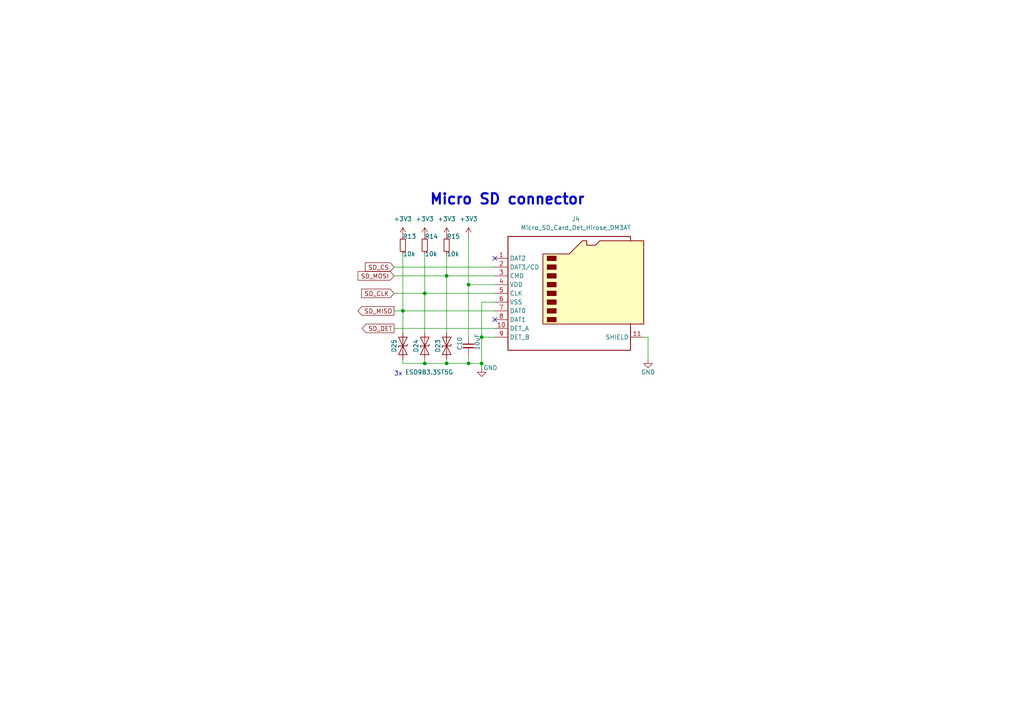
<source format=kicad_sch>
(kicad_sch (version 20230121) (generator eeschema)

  (uuid a480adc6-79fe-438b-ad9d-69f67dc9f2a5)

  (paper "A4")

  (title_block
    (title "Keypad board")
    (date "2023-11-15")
    (rev "1.1")
  )

  (lib_symbols
    (symbol "Connector:Micro_SD_Card_Det_Hirose_DM3AT" (in_bom yes) (on_board yes)
      (property "Reference" "J" (at -16.51 17.78 0)
        (effects (font (size 1.27 1.27)))
      )
      (property "Value" "Micro_SD_Card_Det_Hirose_DM3AT" (at 16.51 17.78 0)
        (effects (font (size 1.27 1.27)) (justify right))
      )
      (property "Footprint" "" (at 52.07 17.78 0)
        (effects (font (size 1.27 1.27)) hide)
      )
      (property "Datasheet" "https://www.hirose.com/product/en/download_file/key_name/DM3/category/Catalog/doc_file_id/49662/?file_category_id=4&item_id=195&is_series=1" (at 0 2.54 0)
        (effects (font (size 1.27 1.27)) hide)
      )
      (property "ki_keywords" "connector SD microsd" (at 0 0 0)
        (effects (font (size 1.27 1.27)) hide)
      )
      (property "ki_description" "Micro SD Card Socket with card detection pins" (at 0 0 0)
        (effects (font (size 1.27 1.27)) hide)
      )
      (property "ki_fp_filters" "microSD*" (at 0 0 0)
        (effects (font (size 1.27 1.27)) hide)
      )
      (symbol "Micro_SD_Card_Det_Hirose_DM3AT_0_1"
        (rectangle (start -7.62 -6.985) (end -5.08 -8.255)
          (stroke (width 0.254) (type default))
          (fill (type outline))
        )
        (rectangle (start -7.62 -4.445) (end -5.08 -5.715)
          (stroke (width 0.254) (type default))
          (fill (type outline))
        )
        (rectangle (start -7.62 -1.905) (end -5.08 -3.175)
          (stroke (width 0.254) (type default))
          (fill (type outline))
        )
        (rectangle (start -7.62 0.635) (end -5.08 -0.635)
          (stroke (width 0.254) (type default))
          (fill (type outline))
        )
        (rectangle (start -7.62 3.175) (end -5.08 1.905)
          (stroke (width 0.254) (type default))
          (fill (type outline))
        )
        (rectangle (start -7.62 5.715) (end -5.08 4.445)
          (stroke (width 0.254) (type default))
          (fill (type outline))
        )
        (rectangle (start -7.62 8.255) (end -5.08 6.985)
          (stroke (width 0.254) (type default))
          (fill (type outline))
        )
        (rectangle (start -7.62 10.795) (end -5.08 9.525)
          (stroke (width 0.254) (type default))
          (fill (type outline))
        )
        (polyline
          (pts
            (xy 16.51 15.24)
            (xy 16.51 16.51)
            (xy -19.05 16.51)
            (xy -19.05 -16.51)
            (xy 16.51 -16.51)
            (xy 16.51 -8.89)
          )
          (stroke (width 0.254) (type default))
          (fill (type none))
        )
        (polyline
          (pts
            (xy -8.89 -8.89)
            (xy -8.89 11.43)
            (xy -1.27 11.43)
            (xy 2.54 15.24)
            (xy 3.81 15.24)
            (xy 3.81 13.97)
            (xy 6.35 13.97)
            (xy 7.62 15.24)
            (xy 20.32 15.24)
            (xy 20.32 -8.89)
            (xy -8.89 -8.89)
          )
          (stroke (width 0.254) (type default))
          (fill (type background))
        )
      )
      (symbol "Micro_SD_Card_Det_Hirose_DM3AT_1_1"
        (pin bidirectional line (at -22.86 10.16 0) (length 3.81)
          (name "DAT2" (effects (font (size 1.27 1.27))))
          (number "1" (effects (font (size 1.27 1.27))))
        )
        (pin passive line (at -22.86 -10.16 0) (length 3.81)
          (name "DET_A" (effects (font (size 1.27 1.27))))
          (number "10" (effects (font (size 1.27 1.27))))
        )
        (pin passive line (at 20.32 -12.7 180) (length 3.81)
          (name "SHIELD" (effects (font (size 1.27 1.27))))
          (number "11" (effects (font (size 1.27 1.27))))
        )
        (pin bidirectional line (at -22.86 7.62 0) (length 3.81)
          (name "DAT3/CD" (effects (font (size 1.27 1.27))))
          (number "2" (effects (font (size 1.27 1.27))))
        )
        (pin input line (at -22.86 5.08 0) (length 3.81)
          (name "CMD" (effects (font (size 1.27 1.27))))
          (number "3" (effects (font (size 1.27 1.27))))
        )
        (pin power_in line (at -22.86 2.54 0) (length 3.81)
          (name "VDD" (effects (font (size 1.27 1.27))))
          (number "4" (effects (font (size 1.27 1.27))))
        )
        (pin input line (at -22.86 0 0) (length 3.81)
          (name "CLK" (effects (font (size 1.27 1.27))))
          (number "5" (effects (font (size 1.27 1.27))))
        )
        (pin power_in line (at -22.86 -2.54 0) (length 3.81)
          (name "VSS" (effects (font (size 1.27 1.27))))
          (number "6" (effects (font (size 1.27 1.27))))
        )
        (pin bidirectional line (at -22.86 -5.08 0) (length 3.81)
          (name "DAT0" (effects (font (size 1.27 1.27))))
          (number "7" (effects (font (size 1.27 1.27))))
        )
        (pin bidirectional line (at -22.86 -7.62 0) (length 3.81)
          (name "DAT1" (effects (font (size 1.27 1.27))))
          (number "8" (effects (font (size 1.27 1.27))))
        )
        (pin passive line (at -22.86 -12.7 0) (length 3.81)
          (name "DET_B" (effects (font (size 1.27 1.27))))
          (number "9" (effects (font (size 1.27 1.27))))
        )
      )
    )
    (symbol "PUTRocketLab_semiconductors:ESD9B3.3ST5G" (pin_numbers hide) (pin_names (offset 1.016) hide) (in_bom yes) (on_board yes)
      (property "Reference" "D" (at 0 2.54 0)
        (effects (font (size 1.27 1.27)))
      )
      (property "Value" "ESD9B3.3ST5G" (at 0 -2.54 0)
        (effects (font (size 1.27 1.27)))
      )
      (property "Footprint" "Diode_SMD:D_SOD-923" (at 0 0 0)
        (effects (font (size 1.27 1.27)) hide)
      )
      (property "Datasheet" "https://www.onsemi.com/pub/Collateral/ESD9B-D.PDF" (at 0 0 0)
        (effects (font (size 1.27 1.27)) hide)
      )
      (property "ki_keywords" "diode TVS ESD" (at 0 0 0)
        (effects (font (size 1.27 1.27)) hide)
      )
      (property "ki_description" "ESD protection diode, 3.3Vrwm, SOD-923" (at 0 0 0)
        (effects (font (size 1.27 1.27)) hide)
      )
      (property "ki_fp_filters" "D*SOD?923*" (at 0 0 0)
        (effects (font (size 1.27 1.27)) hide)
      )
      (symbol "ESD9B3.3ST5G_0_1"
        (polyline
          (pts
            (xy 1.27 0)
            (xy -1.27 0)
          )
          (stroke (width 0) (type default))
          (fill (type none))
        )
        (polyline
          (pts
            (xy -2.54 -1.27)
            (xy 0 0)
            (xy -2.54 1.27)
            (xy -2.54 -1.27)
          )
          (stroke (width 0.2032) (type default))
          (fill (type none))
        )
        (polyline
          (pts
            (xy 0.508 1.27)
            (xy 0 1.27)
            (xy 0 -1.27)
            (xy -0.508 -1.27)
          )
          (stroke (width 0.2032) (type default))
          (fill (type none))
        )
        (polyline
          (pts
            (xy 2.54 1.27)
            (xy 2.54 -1.27)
            (xy 0 0)
            (xy 2.54 1.27)
          )
          (stroke (width 0.2032) (type default))
          (fill (type none))
        )
      )
      (symbol "ESD9B3.3ST5G_1_1"
        (pin passive line (at -3.81 0 0) (length 2.54)
          (name "A1" (effects (font (size 1.27 1.27))))
          (number "1" (effects (font (size 1.27 1.27))))
        )
        (pin passive line (at 3.81 0 180) (length 2.54)
          (name "A2" (effects (font (size 1.27 1.27))))
          (number "2" (effects (font (size 1.27 1.27))))
        )
      )
    )
    (symbol "PUT_RocketLab_power:+3V3" (power) (pin_names (offset 0)) (in_bom yes) (on_board yes)
      (property "Reference" "#PWR" (at 0 -3.81 0)
        (effects (font (size 1.27 1.27)) hide)
      )
      (property "Value" "+3V3" (at 0 3.556 0)
        (effects (font (size 1.27 1.27)))
      )
      (property "Footprint" "" (at 0 0 0)
        (effects (font (size 1.27 1.27)) hide)
      )
      (property "Datasheet" "" (at 0 0 0)
        (effects (font (size 1.27 1.27)) hide)
      )
      (property "ki_keywords" "power-flag" (at 0 0 0)
        (effects (font (size 1.27 1.27)) hide)
      )
      (property "ki_description" "Power symbol creates a global label with name \"+3V3\"" (at 0 0 0)
        (effects (font (size 1.27 1.27)) hide)
      )
      (symbol "+3V3_0_1"
        (polyline
          (pts
            (xy -0.762 1.27)
            (xy 0 2.54)
          )
          (stroke (width 0) (type default))
          (fill (type none))
        )
        (polyline
          (pts
            (xy 0 0)
            (xy 0 2.54)
          )
          (stroke (width 0) (type default))
          (fill (type none))
        )
        (polyline
          (pts
            (xy 0 2.54)
            (xy 0.762 1.27)
          )
          (stroke (width 0) (type default))
          (fill (type none))
        )
      )
      (symbol "+3V3_1_1"
        (pin power_in line (at 0 0 90) (length 0) hide
          (name "+3V3" (effects (font (size 1.27 1.27))))
          (number "1" (effects (font (size 1.27 1.27))))
        )
      )
    )
    (symbol "PUT_RocketLab_power:GND" (power) (pin_names (offset 0)) (in_bom yes) (on_board yes)
      (property "Reference" "#PWR" (at 0 -6.35 0)
        (effects (font (size 1.27 1.27)) hide)
      )
      (property "Value" "GND" (at 0 -3.81 0)
        (effects (font (size 1.27 1.27)))
      )
      (property "Footprint" "" (at 0 0 0)
        (effects (font (size 1.27 1.27)) hide)
      )
      (property "Datasheet" "" (at 0 0 0)
        (effects (font (size 1.27 1.27)) hide)
      )
      (property "ki_keywords" "power-flag" (at 0 0 0)
        (effects (font (size 1.27 1.27)) hide)
      )
      (property "ki_description" "Power symbol creates a global label with name \"GND\" , ground" (at 0 0 0)
        (effects (font (size 1.27 1.27)) hide)
      )
      (symbol "GND_0_1"
        (polyline
          (pts
            (xy 0 0)
            (xy 0 -1.27)
            (xy 1.27 -1.27)
            (xy 0 -2.54)
            (xy -1.27 -1.27)
            (xy 0 -1.27)
          )
          (stroke (width 0) (type default))
          (fill (type none))
        )
      )
      (symbol "GND_1_1"
        (pin power_in line (at 0 0 270) (length 0) hide
          (name "GND" (effects (font (size 1.27 1.27))))
          (number "1" (effects (font (size 1.27 1.27))))
        )
      )
    )
    (symbol "PutRocketLab_RCL:C_Small" (pin_numbers hide) (pin_names (offset 0.254) hide) (in_bom yes) (on_board yes)
      (property "Reference" "C" (at 0.254 1.778 0)
        (effects (font (size 1.27 1.27)) (justify left))
      )
      (property "Value" "C_Small" (at 0.254 -2.032 0)
        (effects (font (size 1.27 1.27)) (justify left))
      )
      (property "Footprint" "" (at 0 0 0)
        (effects (font (size 1.27 1.27)) hide)
      )
      (property "Datasheet" "~" (at 0 0 0)
        (effects (font (size 1.27 1.27)) hide)
      )
      (property "ki_keywords" "capacitor cap" (at 0 0 0)
        (effects (font (size 1.27 1.27)) hide)
      )
      (property "ki_description" "Unpolarized capacitor, small symbol" (at 0 0 0)
        (effects (font (size 1.27 1.27)) hide)
      )
      (property "ki_fp_filters" "C_*" (at 0 0 0)
        (effects (font (size 1.27 1.27)) hide)
      )
      (symbol "C_Small_0_1"
        (polyline
          (pts
            (xy -1.524 -0.508)
            (xy 1.524 -0.508)
          )
          (stroke (width 0.3302) (type default))
          (fill (type none))
        )
        (polyline
          (pts
            (xy -1.524 0.508)
            (xy 1.524 0.508)
          )
          (stroke (width 0.3048) (type default))
          (fill (type none))
        )
      )
      (symbol "C_Small_1_1"
        (pin passive line (at 0 2.54 270) (length 2.032)
          (name "~" (effects (font (size 1.27 1.27))))
          (number "1" (effects (font (size 1.27 1.27))))
        )
        (pin passive line (at 0 -2.54 90) (length 2.032)
          (name "~" (effects (font (size 1.27 1.27))))
          (number "2" (effects (font (size 1.27 1.27))))
        )
      )
    )
    (symbol "PutRocketLab_RCL:R_Small" (pin_numbers hide) (pin_names (offset 0.254) hide) (in_bom yes) (on_board yes)
      (property "Reference" "R" (at 0.762 0.508 0)
        (effects (font (size 1.27 1.27)) (justify left))
      )
      (property "Value" "R_Small" (at 0.762 -1.016 0)
        (effects (font (size 1.27 1.27)) (justify left))
      )
      (property "Footprint" "" (at 0 0 0)
        (effects (font (size 1.27 1.27)) hide)
      )
      (property "Datasheet" "~" (at 0 0 0)
        (effects (font (size 1.27 1.27)) hide)
      )
      (property "ki_keywords" "R resistor" (at 0 0 0)
        (effects (font (size 1.27 1.27)) hide)
      )
      (property "ki_description" "Resistor, small symbol" (at 0 0 0)
        (effects (font (size 1.27 1.27)) hide)
      )
      (property "ki_fp_filters" "R_*" (at 0 0 0)
        (effects (font (size 1.27 1.27)) hide)
      )
      (symbol "R_Small_0_1"
        (rectangle (start -0.762 1.778) (end 0.762 -1.778)
          (stroke (width 0.2032) (type default))
          (fill (type none))
        )
      )
      (symbol "R_Small_1_1"
        (pin passive line (at 0 2.54 270) (length 0.762)
          (name "~" (effects (font (size 1.27 1.27))))
          (number "1" (effects (font (size 1.27 1.27))))
        )
        (pin passive line (at 0 -2.54 90) (length 0.762)
          (name "~" (effects (font (size 1.27 1.27))))
          (number "2" (effects (font (size 1.27 1.27))))
        )
      )
    )
  )

  (junction (at 139.7 105.41) (diameter 0) (color 0 0 0 0)
    (uuid 03c60c61-97e0-47ae-83f5-df02365d563e)
  )
  (junction (at 116.84 90.17) (diameter 0) (color 0 0 0 0)
    (uuid 26b883dd-2b6b-44cd-a834-6b50b015d463)
  )
  (junction (at 129.54 105.41) (diameter 0) (color 0 0 0 0)
    (uuid 3da64ed1-0d91-452d-8f6c-9f497f89fe18)
  )
  (junction (at 135.89 105.41) (diameter 0) (color 0 0 0 0)
    (uuid 6831d1fa-7b7e-47e1-90ae-bdf7ec2f6631)
  )
  (junction (at 123.19 105.41) (diameter 0) (color 0 0 0 0)
    (uuid 8782474a-0ecb-45c8-b881-f886b3be908f)
  )
  (junction (at 129.54 80.01) (diameter 0) (color 0 0 0 0)
    (uuid a5591d83-7ada-4ada-be74-9fd38d585347)
  )
  (junction (at 135.89 82.55) (diameter 0) (color 0 0 0 0)
    (uuid c64a5ad2-8385-4803-805b-4c3c16d2442a)
  )
  (junction (at 139.7 97.79) (diameter 0) (color 0 0 0 0)
    (uuid edf32bb3-7572-4c6f-88df-abc5f262de2b)
  )
  (junction (at 123.19 85.09) (diameter 0) (color 0 0 0 0)
    (uuid f7b38012-3306-442d-b93b-b59addc8f359)
  )

  (no_connect (at 143.51 74.93) (uuid 7dd01362-e6d4-409f-ac0d-f9f7dd99a09f))
  (no_connect (at 143.51 92.71) (uuid e3112bfd-4973-4990-a07e-5140f72863db))

  (wire (pts (xy 143.51 82.55) (xy 135.89 82.55))
    (stroke (width 0) (type default))
    (uuid 16f05a3d-bfb6-47b3-90c1-e3fe848a2a53)
  )
  (wire (pts (xy 123.19 104.14) (xy 123.19 105.41))
    (stroke (width 0) (type default))
    (uuid 1ddd7796-a91c-42c3-aa90-dad400e9f009)
  )
  (wire (pts (xy 135.89 68.58) (xy 135.89 82.55))
    (stroke (width 0) (type default))
    (uuid 30635e35-bfb9-4d32-a06d-eef968b72072)
  )
  (wire (pts (xy 139.7 97.79) (xy 139.7 87.63))
    (stroke (width 0) (type default))
    (uuid 3ae46340-a429-4bc6-bc33-b26e928ac3a7)
  )
  (wire (pts (xy 143.51 85.09) (xy 123.19 85.09))
    (stroke (width 0) (type default))
    (uuid 3c269e8f-f887-429b-8abe-9c3107d618c1)
  )
  (wire (pts (xy 114.3 77.47) (xy 143.51 77.47))
    (stroke (width 0) (type default))
    (uuid 3f268404-cfdc-45b2-9c66-2cf16bc9b8cc)
  )
  (wire (pts (xy 139.7 106.68) (xy 139.7 105.41))
    (stroke (width 0) (type default))
    (uuid 4a7a8090-b748-4f51-a243-24098fba510f)
  )
  (wire (pts (xy 116.84 73.66) (xy 116.84 90.17))
    (stroke (width 0) (type default))
    (uuid 5158bdc3-8d09-4b36-89e5-7ffc9b7cb5f1)
  )
  (wire (pts (xy 129.54 80.01) (xy 129.54 96.52))
    (stroke (width 0) (type default))
    (uuid 5823e1c1-6324-4ace-acc4-798166c4a5e7)
  )
  (wire (pts (xy 114.3 95.25) (xy 143.51 95.25))
    (stroke (width 0) (type default))
    (uuid 5c0c878d-8455-4bab-8933-b64f0574f91f)
  )
  (wire (pts (xy 116.84 104.14) (xy 116.84 105.41))
    (stroke (width 0) (type default))
    (uuid 5f68f25b-9854-4851-868b-52b957e7bb02)
  )
  (wire (pts (xy 187.96 97.79) (xy 187.96 104.14))
    (stroke (width 0) (type default))
    (uuid 642db931-f1af-48be-a7c7-79f69836cd2e)
  )
  (wire (pts (xy 135.89 105.41) (xy 139.7 105.41))
    (stroke (width 0) (type default))
    (uuid 6c018a67-ef71-4a66-bab1-722c3734ba70)
  )
  (wire (pts (xy 139.7 97.79) (xy 139.7 105.41))
    (stroke (width 0) (type default))
    (uuid 76bfbbb5-7b50-4766-b2f3-9bbef46f9314)
  )
  (wire (pts (xy 123.19 105.41) (xy 129.54 105.41))
    (stroke (width 0) (type default))
    (uuid 778e9685-deee-413d-a940-957e22b2c347)
  )
  (wire (pts (xy 114.3 85.09) (xy 123.19 85.09))
    (stroke (width 0) (type default))
    (uuid 78472903-9f9b-4ce9-81e9-103a3f264534)
  )
  (wire (pts (xy 143.51 90.17) (xy 116.84 90.17))
    (stroke (width 0) (type default))
    (uuid 7e9ccf73-d668-4c9f-9594-364452d42476)
  )
  (wire (pts (xy 139.7 87.63) (xy 143.51 87.63))
    (stroke (width 0) (type default))
    (uuid 87187dbc-f848-4f5a-9203-117b245db358)
  )
  (wire (pts (xy 143.51 80.01) (xy 129.54 80.01))
    (stroke (width 0) (type default))
    (uuid 935a5a26-f1af-41ef-961b-c77d783f1bce)
  )
  (wire (pts (xy 186.69 97.79) (xy 187.96 97.79))
    (stroke (width 0) (type default))
    (uuid 96e79cc9-7fd1-4c96-9a83-16f8d1fb4163)
  )
  (wire (pts (xy 129.54 105.41) (xy 135.89 105.41))
    (stroke (width 0) (type default))
    (uuid a4bf259f-fed6-4e38-9584-eeb1a1ebdf26)
  )
  (wire (pts (xy 114.3 80.01) (xy 129.54 80.01))
    (stroke (width 0) (type default))
    (uuid a8e534ee-1d34-4576-8604-b5da519ec909)
  )
  (wire (pts (xy 123.19 85.09) (xy 123.19 73.66))
    (stroke (width 0) (type default))
    (uuid a910df16-f226-4988-b0cd-54ebdc9f2c8b)
  )
  (wire (pts (xy 114.3 90.17) (xy 116.84 90.17))
    (stroke (width 0) (type default))
    (uuid ac440d5e-b56a-43e5-8936-c36fe0f0583f)
  )
  (wire (pts (xy 135.89 102.87) (xy 135.89 105.41))
    (stroke (width 0) (type default))
    (uuid c0650e71-1437-4de2-a58d-b71dfce458d4)
  )
  (wire (pts (xy 135.89 82.55) (xy 135.89 97.79))
    (stroke (width 0) (type default))
    (uuid c125ac28-d89d-4a7b-8941-fe74ec529622)
  )
  (wire (pts (xy 116.84 90.17) (xy 116.84 96.52))
    (stroke (width 0) (type default))
    (uuid cc12fa50-1497-4378-9826-905fa6fa073b)
  )
  (wire (pts (xy 123.19 85.09) (xy 123.19 96.52))
    (stroke (width 0) (type default))
    (uuid d0bdf7e3-1e38-4176-886c-78cf9661ac46)
  )
  (wire (pts (xy 129.54 80.01) (xy 129.54 73.66))
    (stroke (width 0) (type default))
    (uuid d356da3c-f439-4a99-9e05-9f1e1de3fa9b)
  )
  (wire (pts (xy 129.54 104.14) (xy 129.54 105.41))
    (stroke (width 0) (type default))
    (uuid d648d6b9-c8d7-48ac-82f7-702c08796bec)
  )
  (wire (pts (xy 116.84 105.41) (xy 123.19 105.41))
    (stroke (width 0) (type default))
    (uuid deb23a06-dfb7-4d40-8205-c3175615e311)
  )
  (wire (pts (xy 143.51 97.79) (xy 139.7 97.79))
    (stroke (width 0) (type default))
    (uuid e4dfda90-d1eb-451a-afcb-f0de96da2659)
  )

  (text "Micro SD connector" (at 124.46 59.69 0)
    (effects (font (size 3 3) (thickness 0.6) bold) (justify left bottom))
    (uuid be58099c-7897-488c-a020-3d85c489d06f)
  )
  (text "3x" (at 114.3 109.22 0)
    (effects (font (size 1.27 1.27)) (justify left bottom))
    (uuid d57e55cc-a971-4ab5-b6f3-88f8dea611ae)
  )

  (global_label "SD_MOSI" (shape input) (at 114.3 80.01 180) (fields_autoplaced)
    (effects (font (size 1.27 1.27)) (justify right))
    (uuid 57bc0b10-bc55-4743-84ab-267409a27908)
    (property "Intersheetrefs" "${INTERSHEET_REFS}" (at 103.2715 80.01 0)
      (effects (font (size 1.27 1.27)) (justify right) hide)
    )
  )
  (global_label "SD_MISO" (shape output) (at 114.3 90.17 180) (fields_autoplaced)
    (effects (font (size 1.27 1.27)) (justify right))
    (uuid 5fcb2ec3-230a-4337-a504-f9ea3f5265eb)
    (property "Intersheetrefs" "${INTERSHEET_REFS}" (at 103.2715 90.17 0)
      (effects (font (size 1.27 1.27)) (justify right) hide)
    )
  )
  (global_label "SD_DET" (shape output) (at 114.3 95.25 180) (fields_autoplaced)
    (effects (font (size 1.27 1.27)) (justify right))
    (uuid 7423026b-8ce3-48a0-8a46-281f843e115c)
    (property "Intersheetrefs" "${INTERSHEET_REFS}" (at 104.4811 95.25 0)
      (effects (font (size 1.27 1.27)) (justify right) hide)
    )
  )
  (global_label "SD_CS" (shape input) (at 114.3 77.47 180) (fields_autoplaced)
    (effects (font (size 1.27 1.27)) (justify right))
    (uuid d78558ea-bd73-4474-bb7d-ab17ecc81c21)
    (property "Intersheetrefs" "${INTERSHEET_REFS}" (at 105.3882 77.47 0)
      (effects (font (size 1.27 1.27)) (justify right) hide)
    )
  )
  (global_label "SD_CLK" (shape input) (at 114.3 85.09 180) (fields_autoplaced)
    (effects (font (size 1.27 1.27)) (justify right))
    (uuid fc3d9b93-6904-4510-a0f6-68f18b20191c)
    (property "Intersheetrefs" "${INTERSHEET_REFS}" (at 104.2996 85.09 0)
      (effects (font (size 1.27 1.27)) (justify right) hide)
    )
  )

  (symbol (lib_id "PUTRocketLab_semiconductors:ESD9B3.3ST5G") (at 123.19 100.33 90) (mirror x) (unit 1)
    (in_bom yes) (on_board yes) (dnp no)
    (uuid 183d9160-6b25-4bb2-89e3-1262441771bc)
    (property "Reference" "D24" (at 120.65 100.33 0)
      (effects (font (size 1.27 1.27)))
    )
    (property "Value" "ESD9B3.3ST5G" (at 116.84 106.68 90)
      (effects (font (size 1.27 1.27)) hide)
    )
    (property "Footprint" "Diode_SMD:D_SOD-923" (at 123.19 100.33 0)
      (effects (font (size 1.27 1.27)) hide)
    )
    (property "Datasheet" "https://www.mouser.pl/datasheet/2/308/1/ESD9B_D-2311435.pdf" (at 123.19 100.33 0)
      (effects (font (size 1.27 1.27)) hide)
    )
    (pin "1" (uuid 1e5e2a32-84c6-46a0-93ff-f6cbc0b5ffc9))
    (pin "2" (uuid b592078c-073e-450f-aac2-3259e0c5e615))
    (instances
      (project "keypad"
        (path "/26078c39-1d91-4154-8719-da74cb453e74"
          (reference "D24") (unit 1)
        )
        (path "/26078c39-1d91-4154-8719-da74cb453e74/77e80e03-91ee-4ab0-9128-b36d88ea7b10"
          (reference "D24") (unit 1)
        )
      )
    )
  )

  (symbol (lib_id "PUT_RocketLab_power:GND") (at 139.7 106.68 0) (unit 1)
    (in_bom yes) (on_board yes) (dnp no)
    (uuid 1c55c888-504b-42fa-a6b3-9bcec3df6a5f)
    (property "Reference" "#PWR048" (at 139.7 113.03 0)
      (effects (font (size 1.27 1.27)) hide)
    )
    (property "Value" "GND" (at 142.24 106.68 0)
      (effects (font (size 1.27 1.27)))
    )
    (property "Footprint" "" (at 139.7 106.68 0)
      (effects (font (size 1.27 1.27)) hide)
    )
    (property "Datasheet" "" (at 139.7 106.68 0)
      (effects (font (size 1.27 1.27)) hide)
    )
    (pin "1" (uuid 534ce750-33af-45f0-8098-f0f43ad9ca42))
    (instances
      (project "keypad"
        (path "/26078c39-1d91-4154-8719-da74cb453e74"
          (reference "#PWR048") (unit 1)
        )
        (path "/26078c39-1d91-4154-8719-da74cb453e74/77e80e03-91ee-4ab0-9128-b36d88ea7b10"
          (reference "#PWR047") (unit 1)
        )
      )
    )
  )

  (symbol (lib_id "PUT_RocketLab_power:+3V3") (at 135.89 68.58 0) (unit 1)
    (in_bom yes) (on_board yes) (dnp no) (fields_autoplaced)
    (uuid 332264cb-2e11-4024-82c0-596166e23c7b)
    (property "Reference" "#PWR047" (at 135.89 72.39 0)
      (effects (font (size 1.27 1.27)) hide)
    )
    (property "Value" "+3V3" (at 135.89 63.5 0)
      (effects (font (size 1.27 1.27)))
    )
    (property "Footprint" "" (at 135.89 68.58 0)
      (effects (font (size 1.27 1.27)) hide)
    )
    (property "Datasheet" "" (at 135.89 68.58 0)
      (effects (font (size 1.27 1.27)) hide)
    )
    (pin "1" (uuid f8fc1a82-e748-4086-a744-b625d7346ee3))
    (instances
      (project "keypad"
        (path "/26078c39-1d91-4154-8719-da74cb453e74"
          (reference "#PWR047") (unit 1)
        )
        (path "/26078c39-1d91-4154-8719-da74cb453e74/77e80e03-91ee-4ab0-9128-b36d88ea7b10"
          (reference "#PWR046") (unit 1)
        )
      )
    )
  )

  (symbol (lib_id "Connector:Micro_SD_Card_Det_Hirose_DM3AT") (at 166.37 85.09 0) (unit 1)
    (in_bom yes) (on_board yes) (dnp no) (fields_autoplaced)
    (uuid 48d72d13-a8d3-45c1-ad9d-10c2ceee1b9f)
    (property "Reference" "J4" (at 167.005 63.5 0)
      (effects (font (size 1.27 1.27)))
    )
    (property "Value" "Micro_SD_Card_Det_Hirose_DM3AT" (at 167.005 66.04 0)
      (effects (font (size 1.27 1.27)))
    )
    (property "Footprint" "Connector_Card:microSD_HC_Hirose_DM3D-SF" (at 218.44 67.31 0)
      (effects (font (size 1.27 1.27)) hide)
    )
    (property "Datasheet" "https://www.hirose.com/product/en/download_file/key_name/DM3/category/Catalog/doc_file_id/49662/?file_category_id=4&item_id=195&is_series=1" (at 166.37 82.55 0)
      (effects (font (size 1.27 1.27)) hide)
    )
    (pin "1" (uuid 0a2d0307-33fe-4ab8-9c82-afa0c0c9cd73))
    (pin "10" (uuid 9f88acfd-d64f-40f3-a4de-6ef7ccd618f3))
    (pin "11" (uuid bf1a7706-76a0-4ccf-9058-03221550c2ba))
    (pin "2" (uuid 458ed789-dc05-4ff8-9d04-e1395f43183e))
    (pin "3" (uuid 68816fd5-947f-435b-81fb-3368a6574d09))
    (pin "4" (uuid 9a922d53-b150-4781-8ba7-765a6f8597de))
    (pin "5" (uuid 41d0eede-dc36-4c60-94c0-5a0a59a02f5c))
    (pin "6" (uuid dd998936-ab3f-4248-ad14-aa099c98158a))
    (pin "7" (uuid 3f5c1d9e-c875-4ff2-b8c0-6a3476c3c9cd))
    (pin "8" (uuid 7ec9edef-3ec8-4576-bb99-76e16b21765a))
    (pin "9" (uuid faa908b6-e89b-41ad-b1ad-d7627198544d))
    (instances
      (project "keypad"
        (path "/26078c39-1d91-4154-8719-da74cb453e74"
          (reference "J4") (unit 1)
        )
        (path "/26078c39-1d91-4154-8719-da74cb453e74/77e80e03-91ee-4ab0-9128-b36d88ea7b10"
          (reference "J4") (unit 1)
        )
      )
    )
  )

  (symbol (lib_id "PUT_RocketLab_power:+3V3") (at 123.19 68.58 0) (unit 1)
    (in_bom yes) (on_board yes) (dnp no) (fields_autoplaced)
    (uuid 58bdb528-1787-4b3f-a5be-b84b932a8eec)
    (property "Reference" "#PWR045" (at 123.19 72.39 0)
      (effects (font (size 1.27 1.27)) hide)
    )
    (property "Value" "+3V3" (at 123.19 63.5 0)
      (effects (font (size 1.27 1.27)))
    )
    (property "Footprint" "" (at 123.19 68.58 0)
      (effects (font (size 1.27 1.27)) hide)
    )
    (property "Datasheet" "" (at 123.19 68.58 0)
      (effects (font (size 1.27 1.27)) hide)
    )
    (pin "1" (uuid 34d51474-7a88-47f3-b2e8-31f264ca8060))
    (instances
      (project "keypad"
        (path "/26078c39-1d91-4154-8719-da74cb453e74"
          (reference "#PWR045") (unit 1)
        )
        (path "/26078c39-1d91-4154-8719-da74cb453e74/77e80e03-91ee-4ab0-9128-b36d88ea7b10"
          (reference "#PWR044") (unit 1)
        )
      )
    )
  )

  (symbol (lib_id "PUT_RocketLab_power:+3V3") (at 129.54 68.58 0) (unit 1)
    (in_bom yes) (on_board yes) (dnp no) (fields_autoplaced)
    (uuid 6e7f0790-9db4-4b96-ae5d-20610f7d80e0)
    (property "Reference" "#PWR046" (at 129.54 72.39 0)
      (effects (font (size 1.27 1.27)) hide)
    )
    (property "Value" "+3V3" (at 129.54 63.5 0)
      (effects (font (size 1.27 1.27)))
    )
    (property "Footprint" "" (at 129.54 68.58 0)
      (effects (font (size 1.27 1.27)) hide)
    )
    (property "Datasheet" "" (at 129.54 68.58 0)
      (effects (font (size 1.27 1.27)) hide)
    )
    (pin "1" (uuid 1371e401-4cbb-472b-bfbb-2a9c2a7d2cda))
    (instances
      (project "keypad"
        (path "/26078c39-1d91-4154-8719-da74cb453e74"
          (reference "#PWR046") (unit 1)
        )
        (path "/26078c39-1d91-4154-8719-da74cb453e74/77e80e03-91ee-4ab0-9128-b36d88ea7b10"
          (reference "#PWR045") (unit 1)
        )
      )
    )
  )

  (symbol (lib_id "PutRocketLab_RCL:R_Small") (at 129.54 71.12 0) (unit 1)
    (in_bom yes) (on_board yes) (dnp no)
    (uuid 8d79f03e-a85b-4091-ae61-c61d08477bc2)
    (property "Reference" "R15" (at 129.54 68.58 0)
      (effects (font (size 1.27 1.27)) (justify left))
    )
    (property "Value" "10k" (at 129.54 73.66 0)
      (effects (font (size 1.27 1.27)) (justify left))
    )
    (property "Footprint" "Resistor_SMD:R_0603_1608Metric" (at 129.54 71.12 0)
      (effects (font (size 1.27 1.27)) hide)
    )
    (property "Datasheet" "~" (at 129.54 71.12 0)
      (effects (font (size 1.27 1.27)) hide)
    )
    (pin "1" (uuid 0f637cce-929f-44b6-8a29-ef1254e3115d))
    (pin "2" (uuid 7731b9a8-9478-4663-8958-a3b03db72c36))
    (instances
      (project "keypad"
        (path "/26078c39-1d91-4154-8719-da74cb453e74"
          (reference "R15") (unit 1)
        )
        (path "/26078c39-1d91-4154-8719-da74cb453e74/77e80e03-91ee-4ab0-9128-b36d88ea7b10"
          (reference "R15") (unit 1)
        )
      )
    )
  )

  (symbol (lib_id "PutRocketLab_RCL:R_Small") (at 116.84 71.12 0) (unit 1)
    (in_bom yes) (on_board yes) (dnp no)
    (uuid b0266a47-575f-493f-b2e1-c8dca6e176ce)
    (property "Reference" "R13" (at 116.84 68.58 0)
      (effects (font (size 1.27 1.27)) (justify left))
    )
    (property "Value" "10k" (at 116.84 73.66 0)
      (effects (font (size 1.27 1.27)) (justify left))
    )
    (property "Footprint" "Resistor_SMD:R_0603_1608Metric" (at 116.84 71.12 0)
      (effects (font (size 1.27 1.27)) hide)
    )
    (property "Datasheet" "~" (at 116.84 71.12 0)
      (effects (font (size 1.27 1.27)) hide)
    )
    (pin "1" (uuid 6e6429c5-54b0-419e-b8f8-d52fec1675a3))
    (pin "2" (uuid f41775d8-27f9-49f7-b6b8-e14c16454f42))
    (instances
      (project "keypad"
        (path "/26078c39-1d91-4154-8719-da74cb453e74"
          (reference "R13") (unit 1)
        )
        (path "/26078c39-1d91-4154-8719-da74cb453e74/77e80e03-91ee-4ab0-9128-b36d88ea7b10"
          (reference "R13") (unit 1)
        )
      )
    )
  )

  (symbol (lib_id "PUTRocketLab_semiconductors:ESD9B3.3ST5G") (at 116.84 100.33 90) (mirror x) (unit 1)
    (in_bom yes) (on_board yes) (dnp no)
    (uuid ba8f6b7d-6424-424e-814d-f5e98c780ae1)
    (property "Reference" "D25" (at 114.3 100.33 0)
      (effects (font (size 1.27 1.27)))
    )
    (property "Value" "ESD9B3.3ST5G" (at 110.49 106.68 90)
      (effects (font (size 1.27 1.27)) hide)
    )
    (property "Footprint" "Diode_SMD:D_SOD-923" (at 116.84 100.33 0)
      (effects (font (size 1.27 1.27)) hide)
    )
    (property "Datasheet" "https://www.mouser.pl/datasheet/2/308/1/ESD9B_D-2311435.pdf" (at 116.84 100.33 0)
      (effects (font (size 1.27 1.27)) hide)
    )
    (pin "1" (uuid 5130b0f8-9ece-44ad-985e-eebfc860ab29))
    (pin "2" (uuid d60125a5-b021-488d-b91b-79ddd140ed11))
    (instances
      (project "keypad"
        (path "/26078c39-1d91-4154-8719-da74cb453e74"
          (reference "D25") (unit 1)
        )
        (path "/26078c39-1d91-4154-8719-da74cb453e74/77e80e03-91ee-4ab0-9128-b36d88ea7b10"
          (reference "D23") (unit 1)
        )
      )
    )
  )

  (symbol (lib_id "PUTRocketLab_semiconductors:ESD9B3.3ST5G") (at 129.54 100.33 90) (mirror x) (unit 1)
    (in_bom yes) (on_board yes) (dnp no)
    (uuid bd0af5a8-c3e9-4b80-864c-0fa236376c0f)
    (property "Reference" "D23" (at 127 100.33 0)
      (effects (font (size 1.27 1.27)))
    )
    (property "Value" "ESD9B3.3ST5G" (at 124.46 107.95 90)
      (effects (font (size 1.27 1.27)))
    )
    (property "Footprint" "Diode_SMD:D_SOD-923" (at 129.54 100.33 0)
      (effects (font (size 1.27 1.27)) hide)
    )
    (property "Datasheet" "https://www.mouser.pl/datasheet/2/308/1/ESD9B_D-2311435.pdf" (at 129.54 100.33 0)
      (effects (font (size 1.27 1.27)) hide)
    )
    (pin "1" (uuid 548864e3-648c-4b71-8e91-38a6e54e3c8a))
    (pin "2" (uuid 116398de-e99f-466a-a82f-6032c2eeb4aa))
    (instances
      (project "keypad"
        (path "/26078c39-1d91-4154-8719-da74cb453e74"
          (reference "D23") (unit 1)
        )
        (path "/26078c39-1d91-4154-8719-da74cb453e74/77e80e03-91ee-4ab0-9128-b36d88ea7b10"
          (reference "D25") (unit 1)
        )
      )
    )
  )

  (symbol (lib_id "PutRocketLab_RCL:C_Small") (at 135.89 100.33 0) (unit 1)
    (in_bom yes) (on_board yes) (dnp no)
    (uuid e4c99665-6915-4795-9204-19f8c431c68d)
    (property "Reference" "C10" (at 133.35 101.6 90)
      (effects (font (size 1.27 1.27)) (justify left))
    )
    (property "Value" "10uF" (at 138.43 101.6 90)
      (effects (font (size 1.27 1.27)) (justify left))
    )
    (property "Footprint" "Capacitor_SMD:C_0603_1608Metric_Pad1.08x0.95mm_HandSolder" (at 135.89 100.33 0)
      (effects (font (size 1.27 1.27)) hide)
    )
    (property "Datasheet" "~" (at 135.89 100.33 0)
      (effects (font (size 1.27 1.27)) hide)
    )
    (pin "1" (uuid 2797a503-68e8-4853-b078-43103c5ce7e4))
    (pin "2" (uuid a8e1ddd1-d1d9-4a19-9360-356b7daf56ac))
    (instances
      (project "keypad"
        (path "/26078c39-1d91-4154-8719-da74cb453e74"
          (reference "C10") (unit 1)
        )
        (path "/26078c39-1d91-4154-8719-da74cb453e74/77e80e03-91ee-4ab0-9128-b36d88ea7b10"
          (reference "C10") (unit 1)
        )
      )
    )
  )

  (symbol (lib_id "PutRocketLab_RCL:R_Small") (at 123.19 71.12 0) (unit 1)
    (in_bom yes) (on_board yes) (dnp no)
    (uuid f0a7499d-318e-4393-a35c-7525b58d9bdd)
    (property "Reference" "R14" (at 123.19 68.58 0)
      (effects (font (size 1.27 1.27)) (justify left))
    )
    (property "Value" "10k" (at 123.19 73.66 0)
      (effects (font (size 1.27 1.27)) (justify left))
    )
    (property "Footprint" "Resistor_SMD:R_0603_1608Metric" (at 123.19 71.12 0)
      (effects (font (size 1.27 1.27)) hide)
    )
    (property "Datasheet" "~" (at 123.19 71.12 0)
      (effects (font (size 1.27 1.27)) hide)
    )
    (pin "1" (uuid d5d12fc0-79c3-4ef4-80fe-772dd6e3a3ab))
    (pin "2" (uuid 6242bd12-fd4c-47b4-ad47-e8e92aeb5262))
    (instances
      (project "keypad"
        (path "/26078c39-1d91-4154-8719-da74cb453e74"
          (reference "R14") (unit 1)
        )
        (path "/26078c39-1d91-4154-8719-da74cb453e74/77e80e03-91ee-4ab0-9128-b36d88ea7b10"
          (reference "R14") (unit 1)
        )
      )
    )
  )

  (symbol (lib_id "PUT_RocketLab_power:+3V3") (at 116.84 68.58 0) (unit 1)
    (in_bom yes) (on_board yes) (dnp no) (fields_autoplaced)
    (uuid fb48f094-dd0a-47d8-b7a0-6277a15253ce)
    (property "Reference" "#PWR044" (at 116.84 72.39 0)
      (effects (font (size 1.27 1.27)) hide)
    )
    (property "Value" "+3V3" (at 116.84 63.5 0)
      (effects (font (size 1.27 1.27)))
    )
    (property "Footprint" "" (at 116.84 68.58 0)
      (effects (font (size 1.27 1.27)) hide)
    )
    (property "Datasheet" "" (at 116.84 68.58 0)
      (effects (font (size 1.27 1.27)) hide)
    )
    (pin "1" (uuid a1e3279a-5a4e-42ab-966f-796c3760d1aa))
    (instances
      (project "keypad"
        (path "/26078c39-1d91-4154-8719-da74cb453e74"
          (reference "#PWR044") (unit 1)
        )
        (path "/26078c39-1d91-4154-8719-da74cb453e74/77e80e03-91ee-4ab0-9128-b36d88ea7b10"
          (reference "#PWR043") (unit 1)
        )
      )
    )
  )

  (symbol (lib_id "PUT_RocketLab_power:GND") (at 187.96 104.14 0) (unit 1)
    (in_bom yes) (on_board yes) (dnp no)
    (uuid fd1d89b4-4d0d-46c9-9981-1f4b1974adea)
    (property "Reference" "#PWR043" (at 187.96 110.49 0)
      (effects (font (size 1.27 1.27)) hide)
    )
    (property "Value" "GND" (at 187.96 107.95 0)
      (effects (font (size 1.27 1.27)))
    )
    (property "Footprint" "" (at 187.96 104.14 0)
      (effects (font (size 1.27 1.27)) hide)
    )
    (property "Datasheet" "" (at 187.96 104.14 0)
      (effects (font (size 1.27 1.27)) hide)
    )
    (pin "1" (uuid 6d20b6c5-a7fb-4a2b-9e6f-2336c2739ad5))
    (instances
      (project "keypad"
        (path "/26078c39-1d91-4154-8719-da74cb453e74"
          (reference "#PWR043") (unit 1)
        )
        (path "/26078c39-1d91-4154-8719-da74cb453e74/77e80e03-91ee-4ab0-9128-b36d88ea7b10"
          (reference "#PWR048") (unit 1)
        )
      )
    )
  )
)

</source>
